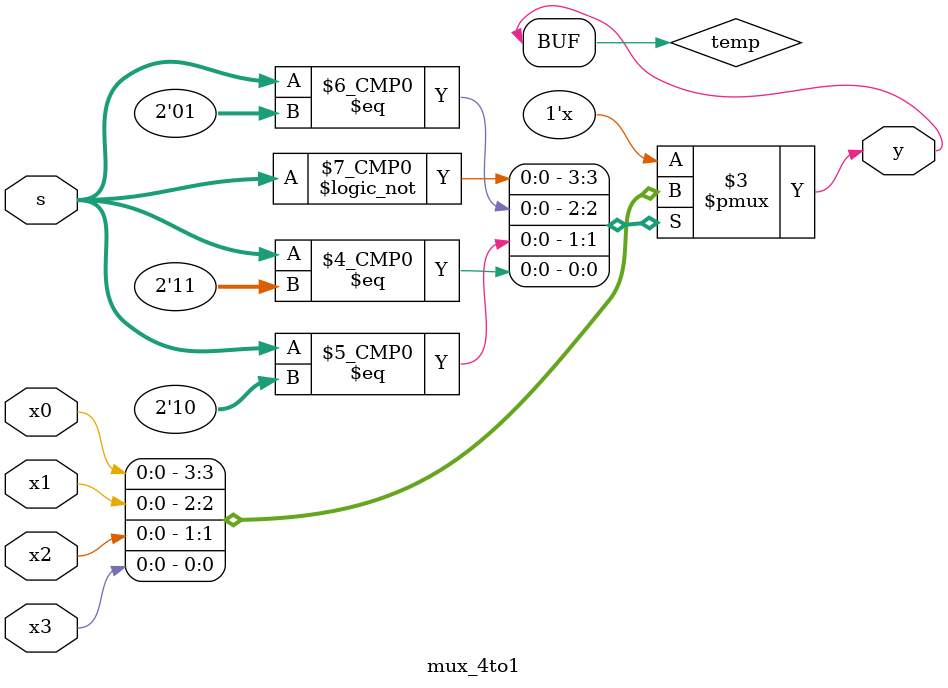
<source format=v>
`timescale 1ns / 1ps

module mux_4to1(
    input x0, x1, x2, x3,
    input [1:0] s,
    output y
    );
    
reg temp = 0;    
    
always@(*)
begin

case (s)
    2'b00: temp = x0;
    2'b01: temp = x1;
    2'b10: temp = x2;
    2'b11: temp = x3;
endcase

end

assign y = temp;
    
    
endmodule

</source>
